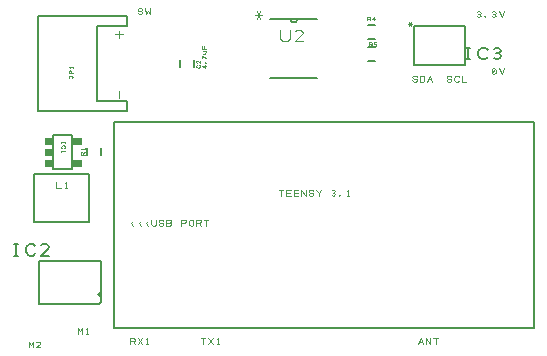
<source format=gbr>
%FSLAX23Y23*%
%MOIN*%
G04 EasyPC Gerber Version 17.0 Build 3379 *
%ADD11C,0.00100*%
%ADD16C,0.00128*%
%ADD13C,0.00300*%
%ADD15C,0.00400*%
%ADD10C,0.00500*%
%ADD12C,0.00600*%
%ADD14C,0.00800*%
X0Y0D02*
D02*
D10*
X84Y327D02*
X97D01*
X91D02*
Y365D01*
X84D02*
X97D01*
X156Y334D02*
X153Y330D01*
X147Y327*
X137*
X131Y330*
X128Y334*
X125Y340*
Y352*
X128Y359*
X131Y362*
X137Y365*
X147*
X153Y362*
X156Y359*
X200Y327D02*
X175D01*
X197Y349*
X200Y355*
X197Y362*
X191Y365*
X181*
X175Y362*
X150Y438D02*
X335D01*
Y598*
X150*
Y438*
X368Y165D02*
X169D01*
Y310*
X376*
Y173*
X368Y165*
X376Y198D02*
G75*
G03X365I-6D01*
G01*
G75*
G03X376I6*
G01*
G36*
G75*
G03X365I-6*
G01*
G75*
G03X376I6*
G01*
G37*
X418Y84D02*
X1817D01*
Y773*
X418*
Y84*
X1592Y982D02*
X1604D01*
X1598D02*
Y1019D01*
X1592D02*
X1604D01*
X1664Y988D02*
X1661Y985D01*
X1654Y982*
X1645*
X1639Y985*
X1636Y988*
X1633Y994*
Y1007*
X1636Y1013*
X1639Y1016*
X1645Y1019*
X1654*
X1661Y1016*
X1664Y1013*
X1686Y985D02*
X1692Y982D01*
X1698*
X1704Y985*
X1708Y991*
X1704Y998*
X1698Y1001*
X1692*
X1698D02*
X1704Y1004D01*
X1708Y1010*
X1704Y1016*
X1698Y1019*
X1692*
X1686Y1016*
X1588Y963D02*
Y1093D01*
X1418*
Y963*
X1588*
D02*
D11*
X134Y21D02*
Y39D01*
X141Y30*
X149Y39*
Y21*
X171D02*
X159D01*
X170Y32*
X171Y35*
X170Y38*
X166Y39*
X162*
X159Y38*
X188Y645D02*
Y625D01*
X214*
Y645*
X188*
G36*
Y625*
X214*
Y645*
X188*
G37*
Y682D02*
Y663D01*
X214*
Y682*
X188*
G36*
Y663*
X214*
Y682*
X188*
G37*
Y720D02*
Y700D01*
X214*
Y720*
X188*
G36*
Y700*
X214*
Y720*
X188*
G37*
X225Y571D02*
Y552D01*
X241*
X254D02*
X260D01*
X257D02*
Y571D01*
X254Y568*
X281Y645D02*
Y625D01*
X307*
Y645*
X281*
G36*
Y625*
X307*
Y645*
X281*
G37*
Y720D02*
Y700D01*
X307*
Y720*
X281*
G36*
Y700*
X307*
Y720*
X281*
G37*
X297Y67D02*
Y86D01*
X305Y77*
X313Y86*
Y67*
X326D02*
X332D01*
X329D02*
Y86D01*
X326Y83*
X483Y427D02*
X475Y435D01*
X483Y443*
X508Y427D02*
X500Y435D01*
X508Y443*
X533Y427D02*
X525Y435D01*
X533Y443*
X543Y446D02*
Y432D01*
X544Y429*
X547Y427*
X553*
X557Y429*
X558Y432*
Y446*
X568Y432D02*
X569Y429D01*
X572Y427*
X578*
X582Y429*
X583Y432*
X582Y435*
X578Y437*
X572*
X569Y438*
X568Y441*
X569Y444*
X572Y446*
X578*
X582Y444*
X583Y441*
X603Y437D02*
X607Y435D01*
X608Y432*
X607Y429*
X603Y427*
X593*
Y446*
X603*
X607Y444*
X608Y441*
X607Y438*
X603Y437*
X593*
X643Y427D02*
Y446D01*
X653*
X657Y444*
X658Y441*
X657Y438*
X653Y437*
X643*
X668Y433D02*
Y440D01*
X669Y443*
X671Y444*
X674Y446*
X677*
X680Y444*
X682Y443*
X683Y440*
Y433*
X682Y430*
X680Y429*
X677Y427*
X674*
X671Y429*
X669Y430*
X668Y433*
X693Y427D02*
Y446D01*
X703*
X707Y444*
X708Y441*
X707Y438*
X703Y437*
X693*
X703D02*
X708Y427D01*
X725D02*
Y446D01*
X718D02*
X733D01*
X473Y32D02*
Y51D01*
X483*
X487Y49*
X488Y46*
X487Y43*
X483Y42*
X473*
X483D02*
X488Y32D01*
X498D02*
X513Y51D01*
X498D02*
X513Y32D01*
X526D02*
X532D01*
X529D02*
Y51D01*
X526Y48*
X498Y1137D02*
X499Y1134D01*
X502Y1132*
X508*
X512Y1134*
X513Y1137*
X512Y1140*
X508Y1142*
X502*
X499Y1143*
X498Y1146*
X499Y1149*
X502Y1151*
X508*
X512Y1149*
X513Y1146*
X523Y1151D02*
X524Y1132D01*
X530Y1142*
X537Y1132*
X538Y1151*
X715Y32D02*
Y51D01*
X708D02*
X723D01*
X733Y32D02*
X748Y51D01*
X733D02*
X748Y32D01*
X761D02*
X767D01*
X764D02*
Y51D01*
X761Y48*
X975Y527D02*
Y546D01*
X968D02*
X983D01*
X993Y527D02*
Y546D01*
X1008*
X1005Y537D02*
X993D01*
Y527D02*
X1008D01*
X1018D02*
Y546D01*
X1033*
X1030Y537D02*
X1018D01*
Y527D02*
X1033D01*
X1043D02*
Y546D01*
X1058Y527*
Y546*
X1067Y532D02*
X1069Y529D01*
X1072Y527*
X1078*
X1082Y529*
X1083Y532*
X1082Y535*
X1078Y537*
X1072*
X1069Y538*
X1067Y541*
X1069Y544*
X1072Y546*
X1078*
X1082Y544*
X1083Y541*
X1100Y527D02*
Y537D01*
X1093Y546*
X1100Y537D02*
X1108Y546D01*
X1144Y529D02*
X1147Y527D01*
X1150*
X1153Y529*
X1155Y532*
X1153Y535*
X1150Y537*
X1147*
X1150D02*
X1153Y538D01*
X1155Y541*
X1153Y544*
X1150Y546*
X1147*
X1144Y544*
X1169Y527D02*
X1171Y529D01*
X1169Y530*
X1168Y529*
X1169Y527*
X1196D02*
X1202D01*
X1199D02*
Y546D01*
X1196Y543*
X1398Y1098D02*
X1410D01*
X1401Y1092D02*
X1407Y1105D01*
X1401D02*
X1407Y1092D01*
X1413Y912D02*
X1414Y909D01*
X1417Y907*
X1423*
X1427Y909*
X1428Y912*
X1427Y915*
X1423Y917*
X1417*
X1414Y918*
X1413Y921*
X1414Y924*
X1417Y926*
X1423*
X1427Y924*
X1428Y921*
X1438Y907D02*
Y926D01*
X1447*
X1450Y924*
X1452Y923*
X1453Y920*
Y913*
X1452Y910*
X1450Y909*
X1447Y907*
X1438*
X1463D02*
X1470Y926D01*
X1478Y907*
X1466Y915D02*
X1475D01*
X1433Y32D02*
X1440Y51D01*
X1448Y32*
X1436Y40D02*
X1445D01*
X1458Y32D02*
Y51D01*
X1473Y32*
Y51*
X1490Y32D02*
Y51D01*
X1483D02*
X1498D01*
X1528Y912D02*
X1529Y909D01*
X1532Y907*
X1538*
X1542Y909*
X1543Y912*
X1542Y915*
X1538Y917*
X1532*
X1529Y918*
X1528Y921*
X1529Y924*
X1532Y926*
X1538*
X1542Y924*
X1543Y921*
X1568Y910D02*
X1567Y909D01*
X1563Y907*
X1559*
X1556Y909*
X1554Y910*
X1553Y913*
Y920*
X1554Y923*
X1556Y924*
X1559Y926*
X1563*
X1567Y924*
X1568Y923*
X1578Y926D02*
Y907D01*
X1593*
X1629Y1124D02*
X1632Y1122D01*
X1635*
X1638Y1124*
X1640Y1127*
X1638Y1130*
X1635Y1132*
X1632*
X1635D02*
X1638Y1133D01*
X1640Y1136*
X1638Y1139*
X1635Y1141*
X1632*
X1629Y1139*
X1654Y1122D02*
X1656Y1124D01*
X1654Y1125*
X1653Y1124*
X1654Y1122*
X1679Y1124D02*
X1682Y1122D01*
X1685*
X1688Y1124*
X1690Y1127*
X1688Y1130*
X1685Y1132*
X1682*
X1685D02*
X1688Y1133D01*
X1690Y1136*
X1688Y1139*
X1685Y1141*
X1682*
X1679Y1139*
X1703Y1141D02*
X1710Y1122D01*
X1718Y1141*
X1679Y934D02*
X1682Y932D01*
X1685*
X1688Y934*
X1690Y937*
Y946*
X1688Y949*
X1685Y951*
X1682*
X1679Y949*
X1678Y946*
Y937*
X1679Y934*
X1688Y949*
X1703Y951D02*
X1710Y932D01*
X1718Y951*
D02*
D12*
X216Y617D02*
Y728D01*
X279*
Y617*
X216*
X329Y661D02*
Y684D01*
X376Y661D02*
Y684D01*
X639Y979D02*
Y956D01*
X686Y979D02*
Y956D01*
X939Y919D02*
X1096D01*
X1006Y1116D02*
G75*
G03X1030I12D01*
G01*
X1096D02*
X939D01*
X1266Y974D02*
X1289D01*
X1266Y1021D02*
X1289D01*
X1266Y1049D02*
X1289D01*
X1266Y1096D02*
X1289D01*
D02*
D13*
X888Y1129D02*
X913D01*
X894Y1117D02*
X906Y1142D01*
X894D02*
X906Y1117D01*
X973Y1079D02*
Y1051D01*
X976Y1045*
X982Y1042*
X994*
X1001Y1045*
X1004Y1051*
Y1079*
X1048Y1042D02*
X1023D01*
X1044Y1064*
X1048Y1070*
X1044Y1076*
X1038Y1079*
X1029*
X1023Y1076*
D02*
D14*
X231Y729D02*
X264D01*
Y617D02*
X231D01*
X279Y683D02*
Y662D01*
X361Y1093D02*
Y842D01*
X460*
Y810*
X164*
Y1125*
X460*
Y1093*
X361*
D02*
D15*
X436Y853D02*
Y877D01*
Y1053D02*
Y1077D01*
X448Y1065D02*
X423D01*
D02*
D16*
X243Y707D02*
Y703D01*
Y705D02*
X255D01*
Y707D02*
Y703D01*
X245Y684D02*
X244Y685D01*
X243Y687*
Y690*
X244Y692*
X245Y693*
X247Y694*
X251*
X253Y693*
X254Y692*
X255Y690*
Y687*
X254Y685*
X253Y684*
X243Y676D02*
Y672D01*
Y674D02*
X255D01*
X253Y676*
X278Y918D02*
X279Y919D01*
X280Y921*
X279Y923*
X278Y924*
X268*
Y925*
Y924D02*
Y920D01*
X280Y934D02*
X268D01*
Y941*
X269Y943*
X271Y944*
X273Y943*
X274Y941*
Y934*
X280Y952D02*
Y956D01*
Y954D02*
X268D01*
X270Y952*
X320Y663D02*
X308D01*
Y670*
X309Y672*
X311Y673*
X313Y672*
X314Y670*
Y663*
Y670D02*
X320Y673D01*
Y681D02*
Y685D01*
Y683D02*
X308D01*
X309Y681*
X703Y963D02*
X704Y962D01*
X705Y960*
Y956*
X704Y955*
X703Y954*
X701Y953*
X697*
X695Y954*
X694Y955*
X693Y956*
Y960*
X694Y962*
X695Y963*
X705Y977D02*
Y969D01*
X698Y976*
X696Y977*
X694Y976*
X693Y974*
Y971*
X694Y969*
X724Y958D02*
X712D01*
X720Y953*
Y961*
X724Y970D02*
X723Y971D01*
X722Y970*
X723Y969*
X724Y970*
Y985D02*
X712Y993D01*
Y985*
X716Y1000D02*
X721D01*
X723Y1002*
X724Y1004*
Y1006*
X723Y1008*
X721Y1009*
X716D02*
X724D01*
Y1016D02*
X712D01*
Y1027*
X718Y1025D02*
Y1016D01*
X1263Y1111D02*
Y1123D01*
X1270*
X1272Y1122*
X1273Y1120*
X1272Y1117*
X1270Y1117*
X1263*
X1270D02*
X1273Y1111D01*
X1284D02*
Y1123D01*
X1279Y1115*
X1287*
X1268Y1026D02*
Y1038D01*
X1275*
X1277Y1037*
X1278Y1035*
X1277Y1033*
X1275Y1032*
X1268*
X1275D02*
X1278Y1026D01*
X1284Y1027D02*
X1286Y1026D01*
X1289*
X1290Y1027*
X1292Y1029*
Y1030*
X1290Y1032*
X1289Y1033*
X1284*
Y1038*
X1292*
X0Y0D02*
M02*

</source>
